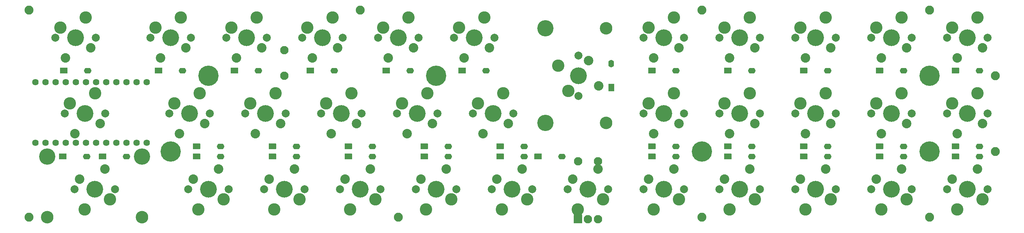
<source format=gts>
G04 #@! TF.GenerationSoftware,KiCad,Pcbnew,(5.1.9-0-10_14)*
G04 #@! TF.CreationDate,2021-08-28T22:47:01+09:00*
G04 #@! TF.ProjectId,kbd-template,6b62642d-7465-46d7-906c-6174652e6b69,rev?*
G04 #@! TF.SameCoordinates,Original*
G04 #@! TF.FileFunction,Soldermask,Top*
G04 #@! TF.FilePolarity,Negative*
%FSLAX46Y46*%
G04 Gerber Fmt 4.6, Leading zero omitted, Abs format (unit mm)*
G04 Created by KiCad (PCBNEW (5.1.9-0-10_14)) date 2021-08-28 22:47:01*
%MOMM*%
%LPD*%
G01*
G04 APERTURE LIST*
%ADD10C,2.252000*%
%ADD11C,5.102000*%
%ADD12C,3.150000*%
%ADD13C,4.089800*%
%ADD14C,2.388000*%
%ADD15C,3.102000*%
%ADD16C,2.002000*%
%ADD17C,4.202000*%
%ADD18O,1.880000X1.402000*%
%ADD19O,1.402000X1.880000*%
%ADD20C,2.102000*%
%ADD21C,1.626000*%
%ADD22C,0.100000*%
G04 APERTURE END LIST*
D10*
X161925000Y-45085000D03*
X161925000Y6985000D03*
X85725000Y-45085000D03*
X76200000Y6985000D03*
X219075000Y-45085000D03*
X235585000Y-28575000D03*
X235585000Y-9525000D03*
X219075000Y6985000D03*
X-6985000Y6985000D03*
X-6985000Y-45085000D03*
D11*
X219075000Y-28575000D03*
X219075000Y-9525000D03*
X161925000Y-28575000D03*
X95250000Y-9525000D03*
X38100000Y-9525000D03*
X28575000Y-28580000D03*
D12*
X137953000Y2375000D03*
X137953000Y-21425000D03*
D13*
X122713000Y2375000D03*
X122713000Y-21425000D03*
D12*
X21425000Y-45085000D03*
X-2375000Y-45085000D03*
D13*
X21425000Y-29845000D03*
X-2375000Y-29845000D03*
D14*
X12065000Y-33020000D03*
X5715000Y-35560000D03*
D15*
X6985000Y-43180000D03*
X13335000Y-40640000D03*
D16*
X14605000Y-38100000D03*
X4445000Y-38100000D03*
D17*
X9525000Y-38100000D03*
D14*
X4604000Y-24130000D03*
X10954000Y-21590000D03*
D15*
X9684000Y-13970000D03*
X3334000Y-16510000D03*
D16*
X2064000Y-19050000D03*
X12224000Y-19050000D03*
D17*
X7144000Y-19050000D03*
D14*
X2223000Y-5080000D03*
X8573000Y-2540000D03*
D15*
X7303000Y5080000D03*
X953000Y2540000D03*
D16*
X-317000Y0D03*
X9843000Y0D03*
D17*
X4763000Y0D03*
D14*
X26035000Y-5080000D03*
X32385000Y-2540000D03*
D15*
X31115000Y5080000D03*
X24765000Y2540000D03*
D16*
X23495000Y0D03*
X33655000Y0D03*
D17*
X28575000Y0D03*
D14*
X45085000Y-5080000D03*
X51435000Y-2540000D03*
D15*
X50165000Y5080000D03*
X43815000Y2540000D03*
D16*
X42545000Y0D03*
X52705000Y0D03*
D17*
X47625000Y0D03*
D14*
X64135000Y-5080000D03*
X70485000Y-2540000D03*
D15*
X69215000Y5080000D03*
X62865000Y2540000D03*
D16*
X61595000Y0D03*
X71755000Y0D03*
D17*
X66675000Y0D03*
D14*
X83185000Y-5080000D03*
X89535000Y-2540000D03*
D15*
X88265000Y5080000D03*
X81915000Y2540000D03*
D16*
X80645000Y0D03*
X90805000Y0D03*
D17*
X85725000Y0D03*
D14*
X102235000Y-5080000D03*
X108585000Y-2540000D03*
D15*
X107315000Y5080000D03*
X100965000Y2540000D03*
D16*
X99695000Y0D03*
X109855000Y0D03*
D17*
X104775000Y0D03*
D14*
X149860000Y-5080000D03*
X156210000Y-2540000D03*
D15*
X154940000Y5080000D03*
X148590000Y2540000D03*
D16*
X147320000Y0D03*
X157480000Y0D03*
D17*
X152400000Y0D03*
D14*
X168910000Y-5080000D03*
X175260000Y-2540000D03*
D15*
X173990000Y5080000D03*
X167640000Y2540000D03*
D16*
X166370000Y0D03*
X176530000Y0D03*
D17*
X171450000Y0D03*
D14*
X187960000Y-5080000D03*
X194310000Y-2540000D03*
D15*
X193040000Y5080000D03*
X186690000Y2540000D03*
D16*
X185420000Y0D03*
X195580000Y0D03*
D17*
X190500000Y0D03*
D14*
X207010000Y-5080000D03*
X213360000Y-2540000D03*
D15*
X212090000Y5080000D03*
X205740000Y2540000D03*
D16*
X204470000Y0D03*
X214630000Y0D03*
D17*
X209550000Y0D03*
D14*
X226060000Y-5080000D03*
X232410000Y-2540000D03*
D15*
X231140000Y5080000D03*
X224790000Y2540000D03*
D16*
X223520000Y0D03*
X233680000Y0D03*
D17*
X228600000Y0D03*
D14*
X30797500Y-24130000D03*
X37147500Y-21590000D03*
D15*
X35877500Y-13970000D03*
X29527500Y-16510000D03*
D16*
X28257500Y-19050000D03*
X38417500Y-19050000D03*
D17*
X33337500Y-19050000D03*
D14*
X49847500Y-24130000D03*
X56197500Y-21590000D03*
D15*
X54927500Y-13970000D03*
X48577500Y-16510000D03*
D16*
X47307500Y-19050000D03*
X57467500Y-19050000D03*
D17*
X52387500Y-19050000D03*
D14*
X68897500Y-24130000D03*
X75247500Y-21590000D03*
D15*
X73977500Y-13970000D03*
X67627500Y-16510000D03*
D16*
X66357500Y-19050000D03*
X76517500Y-19050000D03*
D17*
X71437500Y-19050000D03*
D14*
X87947500Y-24130000D03*
X94297500Y-21590000D03*
D15*
X93027500Y-13970000D03*
X86677500Y-16510000D03*
D16*
X85407500Y-19050000D03*
X95567500Y-19050000D03*
D17*
X90487500Y-19050000D03*
D14*
X106998000Y-24130000D03*
X113348000Y-21590000D03*
D15*
X112078000Y-13970000D03*
X105728000Y-16510000D03*
D16*
X104458000Y-19050000D03*
X114618000Y-19050000D03*
D17*
X109538000Y-19050000D03*
D14*
X149860000Y-24130000D03*
X156210000Y-21590000D03*
D15*
X154940000Y-13970000D03*
X148590000Y-16510000D03*
D16*
X147320000Y-19050000D03*
X157480000Y-19050000D03*
D17*
X152400000Y-19050000D03*
D14*
X168910000Y-24130000D03*
X175260000Y-21590000D03*
D15*
X173990000Y-13970000D03*
X167640000Y-16510000D03*
D16*
X166370000Y-19050000D03*
X176530000Y-19050000D03*
D17*
X171450000Y-19050000D03*
D14*
X187960000Y-24130000D03*
X194310000Y-21590000D03*
D15*
X193040000Y-13970000D03*
X186690000Y-16510000D03*
D16*
X185420000Y-19050000D03*
X195580000Y-19050000D03*
D17*
X190500000Y-19050000D03*
D14*
X207010000Y-24130000D03*
X213360000Y-21590000D03*
D15*
X212090000Y-13970000D03*
X205740000Y-16510000D03*
D16*
X204470000Y-19050000D03*
X214630000Y-19050000D03*
D17*
X209550000Y-19050000D03*
D14*
X226060000Y-24130000D03*
X232410000Y-21590000D03*
D15*
X231140000Y-13970000D03*
X224790000Y-16510000D03*
D16*
X223520000Y-19050000D03*
X233680000Y-19050000D03*
D17*
X228600000Y-19050000D03*
D14*
X40640000Y-33020000D03*
X34290000Y-35560000D03*
D15*
X35560000Y-43180000D03*
X41910000Y-40640000D03*
D16*
X43180000Y-38100000D03*
X33020000Y-38100000D03*
D17*
X38100000Y-38100000D03*
D14*
X59690000Y-33020000D03*
X53340000Y-35560000D03*
D15*
X54610000Y-43180000D03*
X60960000Y-40640000D03*
D16*
X62230000Y-38100000D03*
X52070000Y-38100000D03*
D17*
X57150000Y-38100000D03*
D14*
X78740000Y-33020000D03*
X72390000Y-35560000D03*
D15*
X73660000Y-43180000D03*
X80010000Y-40640000D03*
D16*
X81280000Y-38100000D03*
X71120000Y-38100000D03*
D17*
X76200000Y-38100000D03*
D14*
X97790000Y-33020000D03*
X91440000Y-35560000D03*
D15*
X92710000Y-43180000D03*
X99060000Y-40640000D03*
D16*
X100330000Y-38100000D03*
X90170000Y-38100000D03*
D17*
X95250000Y-38100000D03*
D14*
X116840000Y-33020000D03*
X110490000Y-35560000D03*
D15*
X111760000Y-43180000D03*
X118110000Y-40640000D03*
D16*
X119380000Y-38100000D03*
X109220000Y-38100000D03*
D17*
X114300000Y-38100000D03*
D14*
X154940000Y-33020000D03*
X148590000Y-35560000D03*
D15*
X149860000Y-43180000D03*
X156210000Y-40640000D03*
D16*
X157480000Y-38100000D03*
X147320000Y-38100000D03*
D17*
X152400000Y-38100000D03*
D14*
X173990000Y-33020000D03*
X167640000Y-35560000D03*
D15*
X168910000Y-43180000D03*
X175260000Y-40640000D03*
D16*
X176530000Y-38100000D03*
X166370000Y-38100000D03*
D17*
X171450000Y-38100000D03*
D14*
X193040000Y-33020000D03*
X186690000Y-35560000D03*
D15*
X187960000Y-43180000D03*
X194310000Y-40640000D03*
D16*
X195580000Y-38100000D03*
X185420000Y-38100000D03*
D17*
X190500000Y-38100000D03*
D14*
X212090000Y-33020000D03*
X205740000Y-35560000D03*
D15*
X207010000Y-43180000D03*
X213360000Y-40640000D03*
D16*
X214630000Y-38100000D03*
X204470000Y-38100000D03*
D17*
X209550000Y-38100000D03*
D14*
X231140000Y-33020000D03*
X224790000Y-35560000D03*
D15*
X226060000Y-43180000D03*
X232410000Y-40640000D03*
D16*
X233680000Y-38100000D03*
X223520000Y-38100000D03*
D17*
X228600000Y-38100000D03*
D18*
X31575000Y-8250000D03*
G36*
G01*
X24635000Y-8900000D02*
X24635000Y-7600000D01*
G75*
G02*
X24686000Y-7549000I51000J0D01*
G01*
X26464000Y-7549000D01*
G75*
G02*
X26515000Y-7600000I0J-51000D01*
G01*
X26515000Y-8900000D01*
G75*
G02*
X26464000Y-8951000I-51000J0D01*
G01*
X24686000Y-8951000D01*
G75*
G02*
X24635000Y-8900000I0J51000D01*
G01*
G37*
X50625000Y-8250000D03*
G36*
G01*
X43685000Y-8900000D02*
X43685000Y-7600000D01*
G75*
G02*
X43736000Y-7549000I51000J0D01*
G01*
X45514000Y-7549000D01*
G75*
G02*
X45565000Y-7600000I0J-51000D01*
G01*
X45565000Y-8900000D01*
G75*
G02*
X45514000Y-8951000I-51000J0D01*
G01*
X43736000Y-8951000D01*
G75*
G02*
X43685000Y-8900000I0J51000D01*
G01*
G37*
X69675000Y-8250000D03*
G36*
G01*
X62735000Y-8900000D02*
X62735000Y-7600000D01*
G75*
G02*
X62786000Y-7549000I51000J0D01*
G01*
X64564000Y-7549000D01*
G75*
G02*
X64615000Y-7600000I0J-51000D01*
G01*
X64615000Y-8900000D01*
G75*
G02*
X64564000Y-8951000I-51000J0D01*
G01*
X62786000Y-8951000D01*
G75*
G02*
X62735000Y-8900000I0J51000D01*
G01*
G37*
X88725000Y-8250000D03*
G36*
G01*
X81785000Y-8900000D02*
X81785000Y-7600000D01*
G75*
G02*
X81836000Y-7549000I51000J0D01*
G01*
X83614000Y-7549000D01*
G75*
G02*
X83665000Y-7600000I0J-51000D01*
G01*
X83665000Y-8900000D01*
G75*
G02*
X83614000Y-8951000I-51000J0D01*
G01*
X81836000Y-8951000D01*
G75*
G02*
X81785000Y-8900000I0J51000D01*
G01*
G37*
X107775000Y-8250000D03*
G36*
G01*
X100835000Y-8900000D02*
X100835000Y-7600000D01*
G75*
G02*
X100886000Y-7549000I51000J0D01*
G01*
X102664000Y-7549000D01*
G75*
G02*
X102715000Y-7600000I0J-51000D01*
G01*
X102715000Y-8900000D01*
G75*
G02*
X102664000Y-8951000I-51000J0D01*
G01*
X100886000Y-8951000D01*
G75*
G02*
X100835000Y-8900000I0J51000D01*
G01*
G37*
X155400000Y-8250000D03*
G36*
G01*
X148460000Y-8900000D02*
X148460000Y-7600000D01*
G75*
G02*
X148511000Y-7549000I51000J0D01*
G01*
X150289000Y-7549000D01*
G75*
G02*
X150340000Y-7600000I0J-51000D01*
G01*
X150340000Y-8900000D01*
G75*
G02*
X150289000Y-8951000I-51000J0D01*
G01*
X148511000Y-8951000D01*
G75*
G02*
X148460000Y-8900000I0J51000D01*
G01*
G37*
X174450000Y-8250000D03*
G36*
G01*
X167510000Y-8900000D02*
X167510000Y-7600000D01*
G75*
G02*
X167561000Y-7549000I51000J0D01*
G01*
X169339000Y-7549000D01*
G75*
G02*
X169390000Y-7600000I0J-51000D01*
G01*
X169390000Y-8900000D01*
G75*
G02*
X169339000Y-8951000I-51000J0D01*
G01*
X167561000Y-8951000D01*
G75*
G02*
X167510000Y-8900000I0J51000D01*
G01*
G37*
X193500000Y-8250000D03*
G36*
G01*
X186560000Y-8900000D02*
X186560000Y-7600000D01*
G75*
G02*
X186611000Y-7549000I51000J0D01*
G01*
X188389000Y-7549000D01*
G75*
G02*
X188440000Y-7600000I0J-51000D01*
G01*
X188440000Y-8900000D01*
G75*
G02*
X188389000Y-8951000I-51000J0D01*
G01*
X186611000Y-8951000D01*
G75*
G02*
X186560000Y-8900000I0J51000D01*
G01*
G37*
X212550000Y-8250000D03*
G36*
G01*
X205610000Y-8900000D02*
X205610000Y-7600000D01*
G75*
G02*
X205661000Y-7549000I51000J0D01*
G01*
X207439000Y-7549000D01*
G75*
G02*
X207490000Y-7600000I0J-51000D01*
G01*
X207490000Y-8900000D01*
G75*
G02*
X207439000Y-8951000I-51000J0D01*
G01*
X205661000Y-8951000D01*
G75*
G02*
X205610000Y-8900000I0J51000D01*
G01*
G37*
X231600000Y-8250000D03*
G36*
G01*
X224660000Y-8900000D02*
X224660000Y-7600000D01*
G75*
G02*
X224711000Y-7549000I51000J0D01*
G01*
X226489000Y-7549000D01*
G75*
G02*
X226540000Y-7600000I0J-51000D01*
G01*
X226540000Y-8900000D01*
G75*
G02*
X226489000Y-8951000I-51000J0D01*
G01*
X224711000Y-8951000D01*
G75*
G02*
X224660000Y-8900000I0J51000D01*
G01*
G37*
X41097500Y-27300000D03*
G36*
G01*
X34157500Y-27950000D02*
X34157500Y-26650000D01*
G75*
G02*
X34208500Y-26599000I51000J0D01*
G01*
X35986500Y-26599000D01*
G75*
G02*
X36037500Y-26650000I0J-51000D01*
G01*
X36037500Y-27950000D01*
G75*
G02*
X35986500Y-28001000I-51000J0D01*
G01*
X34208500Y-28001000D01*
G75*
G02*
X34157500Y-27950000I0J51000D01*
G01*
G37*
X60147500Y-27300000D03*
G36*
G01*
X53207500Y-27950000D02*
X53207500Y-26650000D01*
G75*
G02*
X53258500Y-26599000I51000J0D01*
G01*
X55036500Y-26599000D01*
G75*
G02*
X55087500Y-26650000I0J-51000D01*
G01*
X55087500Y-27950000D01*
G75*
G02*
X55036500Y-28001000I-51000J0D01*
G01*
X53258500Y-28001000D01*
G75*
G02*
X53207500Y-27950000I0J51000D01*
G01*
G37*
X79197500Y-27300000D03*
G36*
G01*
X72257500Y-27950000D02*
X72257500Y-26650000D01*
G75*
G02*
X72308500Y-26599000I51000J0D01*
G01*
X74086500Y-26599000D01*
G75*
G02*
X74137500Y-26650000I0J-51000D01*
G01*
X74137500Y-27950000D01*
G75*
G02*
X74086500Y-28001000I-51000J0D01*
G01*
X72308500Y-28001000D01*
G75*
G02*
X72257500Y-27950000I0J51000D01*
G01*
G37*
X98247500Y-27300000D03*
G36*
G01*
X91307500Y-27950000D02*
X91307500Y-26650000D01*
G75*
G02*
X91358500Y-26599000I51000J0D01*
G01*
X93136500Y-26599000D01*
G75*
G02*
X93187500Y-26650000I0J-51000D01*
G01*
X93187500Y-27950000D01*
G75*
G02*
X93136500Y-28001000I-51000J0D01*
G01*
X91358500Y-28001000D01*
G75*
G02*
X91307500Y-27950000I0J51000D01*
G01*
G37*
X117298000Y-27300000D03*
G36*
G01*
X110358000Y-27950000D02*
X110358000Y-26650000D01*
G75*
G02*
X110409000Y-26599000I51000J0D01*
G01*
X112187000Y-26599000D01*
G75*
G02*
X112238000Y-26650000I0J-51000D01*
G01*
X112238000Y-27950000D01*
G75*
G02*
X112187000Y-28001000I-51000J0D01*
G01*
X110409000Y-28001000D01*
G75*
G02*
X110358000Y-27950000I0J51000D01*
G01*
G37*
X155400000Y-27300000D03*
G36*
G01*
X148460000Y-27950000D02*
X148460000Y-26650000D01*
G75*
G02*
X148511000Y-26599000I51000J0D01*
G01*
X150289000Y-26599000D01*
G75*
G02*
X150340000Y-26650000I0J-51000D01*
G01*
X150340000Y-27950000D01*
G75*
G02*
X150289000Y-28001000I-51000J0D01*
G01*
X148511000Y-28001000D01*
G75*
G02*
X148460000Y-27950000I0J51000D01*
G01*
G37*
X174450000Y-27300000D03*
G36*
G01*
X167510000Y-27950000D02*
X167510000Y-26650000D01*
G75*
G02*
X167561000Y-26599000I51000J0D01*
G01*
X169339000Y-26599000D01*
G75*
G02*
X169390000Y-26650000I0J-51000D01*
G01*
X169390000Y-27950000D01*
G75*
G02*
X169339000Y-28001000I-51000J0D01*
G01*
X167561000Y-28001000D01*
G75*
G02*
X167510000Y-27950000I0J51000D01*
G01*
G37*
X193500000Y-27300000D03*
G36*
G01*
X186560000Y-27950000D02*
X186560000Y-26650000D01*
G75*
G02*
X186611000Y-26599000I51000J0D01*
G01*
X188389000Y-26599000D01*
G75*
G02*
X188440000Y-26650000I0J-51000D01*
G01*
X188440000Y-27950000D01*
G75*
G02*
X188389000Y-28001000I-51000J0D01*
G01*
X186611000Y-28001000D01*
G75*
G02*
X186560000Y-27950000I0J51000D01*
G01*
G37*
X212550000Y-27300000D03*
G36*
G01*
X205610000Y-27950000D02*
X205610000Y-26650000D01*
G75*
G02*
X205661000Y-26599000I51000J0D01*
G01*
X207439000Y-26599000D01*
G75*
G02*
X207490000Y-26650000I0J-51000D01*
G01*
X207490000Y-27950000D01*
G75*
G02*
X207439000Y-28001000I-51000J0D01*
G01*
X205661000Y-28001000D01*
G75*
G02*
X205610000Y-27950000I0J51000D01*
G01*
G37*
X231600000Y-27300000D03*
G36*
G01*
X224660000Y-27950000D02*
X224660000Y-26650000D01*
G75*
G02*
X224711000Y-26599000I51000J0D01*
G01*
X226489000Y-26599000D01*
G75*
G02*
X226540000Y-26650000I0J-51000D01*
G01*
X226540000Y-27950000D01*
G75*
G02*
X226489000Y-28001000I-51000J0D01*
G01*
X224711000Y-28001000D01*
G75*
G02*
X224660000Y-27950000I0J51000D01*
G01*
G37*
X41100000Y-29850000D03*
G36*
G01*
X34160000Y-30500000D02*
X34160000Y-29200000D01*
G75*
G02*
X34211000Y-29149000I51000J0D01*
G01*
X35989000Y-29149000D01*
G75*
G02*
X36040000Y-29200000I0J-51000D01*
G01*
X36040000Y-30500000D01*
G75*
G02*
X35989000Y-30551000I-51000J0D01*
G01*
X34211000Y-30551000D01*
G75*
G02*
X34160000Y-30500000I0J51000D01*
G01*
G37*
X60150000Y-29850000D03*
G36*
G01*
X53210000Y-30500000D02*
X53210000Y-29200000D01*
G75*
G02*
X53261000Y-29149000I51000J0D01*
G01*
X55039000Y-29149000D01*
G75*
G02*
X55090000Y-29200000I0J-51000D01*
G01*
X55090000Y-30500000D01*
G75*
G02*
X55039000Y-30551000I-51000J0D01*
G01*
X53261000Y-30551000D01*
G75*
G02*
X53210000Y-30500000I0J51000D01*
G01*
G37*
X79200000Y-29850000D03*
G36*
G01*
X72260000Y-30500000D02*
X72260000Y-29200000D01*
G75*
G02*
X72311000Y-29149000I51000J0D01*
G01*
X74089000Y-29149000D01*
G75*
G02*
X74140000Y-29200000I0J-51000D01*
G01*
X74140000Y-30500000D01*
G75*
G02*
X74089000Y-30551000I-51000J0D01*
G01*
X72311000Y-30551000D01*
G75*
G02*
X72260000Y-30500000I0J51000D01*
G01*
G37*
X98250000Y-29850000D03*
G36*
G01*
X91310000Y-30500000D02*
X91310000Y-29200000D01*
G75*
G02*
X91361000Y-29149000I51000J0D01*
G01*
X93139000Y-29149000D01*
G75*
G02*
X93190000Y-29200000I0J-51000D01*
G01*
X93190000Y-30500000D01*
G75*
G02*
X93139000Y-30551000I-51000J0D01*
G01*
X91361000Y-30551000D01*
G75*
G02*
X91310000Y-30500000I0J51000D01*
G01*
G37*
X117300000Y-29850000D03*
G36*
G01*
X110360000Y-30500000D02*
X110360000Y-29200000D01*
G75*
G02*
X110411000Y-29149000I51000J0D01*
G01*
X112189000Y-29149000D01*
G75*
G02*
X112240000Y-29200000I0J-51000D01*
G01*
X112240000Y-30500000D01*
G75*
G02*
X112189000Y-30551000I-51000J0D01*
G01*
X110411000Y-30551000D01*
G75*
G02*
X110360000Y-30500000I0J51000D01*
G01*
G37*
X155400000Y-29850000D03*
G36*
G01*
X148460000Y-30500000D02*
X148460000Y-29200000D01*
G75*
G02*
X148511000Y-29149000I51000J0D01*
G01*
X150289000Y-29149000D01*
G75*
G02*
X150340000Y-29200000I0J-51000D01*
G01*
X150340000Y-30500000D01*
G75*
G02*
X150289000Y-30551000I-51000J0D01*
G01*
X148511000Y-30551000D01*
G75*
G02*
X148460000Y-30500000I0J51000D01*
G01*
G37*
X174450000Y-29850000D03*
G36*
G01*
X167510000Y-30500000D02*
X167510000Y-29200000D01*
G75*
G02*
X167561000Y-29149000I51000J0D01*
G01*
X169339000Y-29149000D01*
G75*
G02*
X169390000Y-29200000I0J-51000D01*
G01*
X169390000Y-30500000D01*
G75*
G02*
X169339000Y-30551000I-51000J0D01*
G01*
X167561000Y-30551000D01*
G75*
G02*
X167510000Y-30500000I0J51000D01*
G01*
G37*
X193500000Y-29850000D03*
G36*
G01*
X186560000Y-30500000D02*
X186560000Y-29200000D01*
G75*
G02*
X186611000Y-29149000I51000J0D01*
G01*
X188389000Y-29149000D01*
G75*
G02*
X188440000Y-29200000I0J-51000D01*
G01*
X188440000Y-30500000D01*
G75*
G02*
X188389000Y-30551000I-51000J0D01*
G01*
X186611000Y-30551000D01*
G75*
G02*
X186560000Y-30500000I0J51000D01*
G01*
G37*
X212550000Y-29850000D03*
G36*
G01*
X205610000Y-30500000D02*
X205610000Y-29200000D01*
G75*
G02*
X205661000Y-29149000I51000J0D01*
G01*
X207439000Y-29149000D01*
G75*
G02*
X207490000Y-29200000I0J-51000D01*
G01*
X207490000Y-30500000D01*
G75*
G02*
X207439000Y-30551000I-51000J0D01*
G01*
X205661000Y-30551000D01*
G75*
G02*
X205610000Y-30500000I0J51000D01*
G01*
G37*
X231600000Y-29850000D03*
G36*
G01*
X224660000Y-30500000D02*
X224660000Y-29200000D01*
G75*
G02*
X224711000Y-29149000I51000J0D01*
G01*
X226489000Y-29149000D01*
G75*
G02*
X226540000Y-29200000I0J-51000D01*
G01*
X226540000Y-30500000D01*
G75*
G02*
X226489000Y-30551000I-51000J0D01*
G01*
X224711000Y-30551000D01*
G75*
G02*
X224660000Y-30500000I0J51000D01*
G01*
G37*
X126825000Y-29850000D03*
G36*
G01*
X119885000Y-30500000D02*
X119885000Y-29200000D01*
G75*
G02*
X119936000Y-29149000I51000J0D01*
G01*
X121714000Y-29149000D01*
G75*
G02*
X121765000Y-29200000I0J-51000D01*
G01*
X121765000Y-30500000D01*
G75*
G02*
X121714000Y-30551000I-51000J0D01*
G01*
X119936000Y-30551000D01*
G75*
G02*
X119885000Y-30500000I0J51000D01*
G01*
G37*
X7763000Y-8250000D03*
G36*
G01*
X823000Y-8900000D02*
X823000Y-7600000D01*
G75*
G02*
X874000Y-7549000I51000J0D01*
G01*
X2652000Y-7549000D01*
G75*
G02*
X2703000Y-7600000I0J-51000D01*
G01*
X2703000Y-8900000D01*
G75*
G02*
X2652000Y-8951000I-51000J0D01*
G01*
X874000Y-8951000D01*
G75*
G02*
X823000Y-8900000I0J51000D01*
G01*
G37*
X7525000Y-29850000D03*
G36*
G01*
X585000Y-30500000D02*
X585000Y-29200000D01*
G75*
G02*
X636000Y-29149000I51000J0D01*
G01*
X2414000Y-29149000D01*
G75*
G02*
X2465000Y-29200000I0J-51000D01*
G01*
X2465000Y-30500000D01*
G75*
G02*
X2414000Y-30551000I-51000J0D01*
G01*
X636000Y-30551000D01*
G75*
G02*
X585000Y-30500000I0J51000D01*
G01*
G37*
X17525000Y-29850000D03*
G36*
G01*
X10585000Y-30500000D02*
X10585000Y-29200000D01*
G75*
G02*
X10636000Y-29149000I51000J0D01*
G01*
X12414000Y-29149000D01*
G75*
G02*
X12465000Y-29200000I0J-51000D01*
G01*
X12465000Y-30500000D01*
G75*
G02*
X12414000Y-30551000I-51000J0D01*
G01*
X10636000Y-30551000D01*
G75*
G02*
X10585000Y-30500000I0J51000D01*
G01*
G37*
D19*
X139218000Y-6525000D03*
G36*
G01*
X139868000Y-13465000D02*
X138568000Y-13465000D01*
G75*
G02*
X138517000Y-13414000I0J51000D01*
G01*
X138517000Y-11636000D01*
G75*
G02*
X138568000Y-11585000I51000J0D01*
G01*
X139868000Y-11585000D01*
G75*
G02*
X139919000Y-11636000I0J-51000D01*
G01*
X139919000Y-13414000D01*
G75*
G02*
X139868000Y-13465000I-51000J0D01*
G01*
G37*
D20*
X57150000Y-3100000D03*
X57150000Y-9600000D03*
D17*
X130968000Y-9525000D03*
D16*
X130968000Y-4445000D03*
X130968000Y-14605000D03*
D15*
X128428000Y-13335000D03*
X125888000Y-6985000D03*
D14*
X133508000Y-5715000D03*
X136048000Y-12065000D03*
D21*
X-5334000Y-11184600D03*
X-2794000Y-11184600D03*
X-254000Y-11184600D03*
X2286000Y-11184600D03*
X4826000Y-11184600D03*
X7366000Y-11184600D03*
X9906000Y-11184600D03*
X12446000Y-11184600D03*
X14986000Y-11184600D03*
X17526000Y-11184600D03*
X20066000Y-11184600D03*
X22606000Y-11184600D03*
X22606000Y-26404600D03*
X20066000Y-26404600D03*
X17526000Y-26404600D03*
X14986000Y-26404600D03*
X12446000Y-26404600D03*
X9906000Y-26404600D03*
X7366000Y-26404600D03*
X4826000Y-26404600D03*
X2286000Y-26404600D03*
X-254000Y-26404600D03*
X-2794000Y-26404600D03*
X-5334000Y-26404600D03*
D17*
X133350000Y-38100000D03*
D16*
X128270000Y-38100000D03*
X138430000Y-38100000D03*
D15*
X137160000Y-40640000D03*
X130810000Y-43180000D03*
D14*
X129540000Y-35560000D03*
X135890000Y-33020000D03*
D20*
X135850000Y-45600000D03*
X135850000Y-31100000D03*
G36*
G01*
X131850000Y-46651000D02*
X129850000Y-46651000D01*
G75*
G02*
X129799000Y-46600000I0J51000D01*
G01*
X129799000Y-44600000D01*
G75*
G02*
X129850000Y-44549000I51000J0D01*
G01*
X131850000Y-44549000D01*
G75*
G02*
X131901000Y-44600000I0J-51000D01*
G01*
X131901000Y-46600000D01*
G75*
G02*
X131850000Y-46651000I-51000J0D01*
G01*
G37*
X130850000Y-31100000D03*
X133350000Y-45600000D03*
D22*
G36*
X129788889Y-44338944D02*
G01*
X129827330Y-44377385D01*
X130079811Y-44546087D01*
X130082381Y-44547152D01*
X130083599Y-44548739D01*
X130082833Y-44550587D01*
X130081616Y-44551000D01*
X129799000Y-44551000D01*
X129797268Y-44550000D01*
X129797000Y-44549000D01*
X129797000Y-44493601D01*
X129797387Y-44492517D01*
X129797362Y-44492504D01*
X129808820Y-44471067D01*
X129815820Y-44447992D01*
X129818183Y-44424001D01*
X129815820Y-44400010D01*
X129808820Y-44376935D01*
X129797455Y-44355671D01*
X129785929Y-44341627D01*
X129785603Y-44339653D01*
X129787149Y-44338385D01*
X129788889Y-44338944D01*
G37*
G36*
X131834457Y-44339840D02*
G01*
X131834071Y-44341627D01*
X131822545Y-44355671D01*
X131811180Y-44376935D01*
X131804180Y-44400010D01*
X131801817Y-44424001D01*
X131804180Y-44447992D01*
X131811180Y-44471067D01*
X131822545Y-44492331D01*
X131837840Y-44510968D01*
X131856477Y-44526263D01*
X131877741Y-44537628D01*
X131900816Y-44544628D01*
X131901196Y-44544665D01*
X131903000Y-44546655D01*
X131903000Y-44549000D01*
X131902000Y-44550732D01*
X131901000Y-44551000D01*
X131538384Y-44551000D01*
X131536652Y-44550000D01*
X131536652Y-44548000D01*
X131537619Y-44547152D01*
X131540189Y-44546087D01*
X131792670Y-44377385D01*
X131831111Y-44338944D01*
X131833043Y-44338426D01*
X131834457Y-44339840D01*
G37*
M02*

</source>
